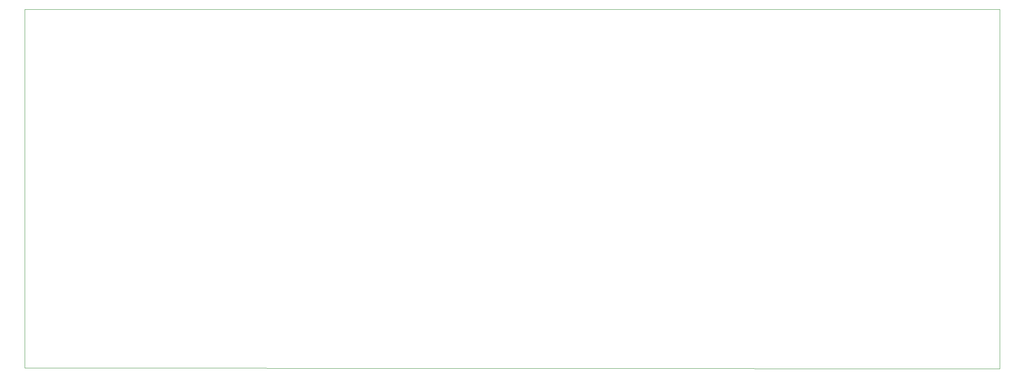
<source format=gbr>
%TF.GenerationSoftware,KiCad,Pcbnew,(5.1.9)-1*%
%TF.CreationDate,2021-06-05T08:41:14+03:00*%
%TF.ProjectId,AdderBreakoutV2,41646465-7242-4726-9561-6b6f75745632,rev?*%
%TF.SameCoordinates,Original*%
%TF.FileFunction,Profile,NP*%
%FSLAX46Y46*%
G04 Gerber Fmt 4.6, Leading zero omitted, Abs format (unit mm)*
G04 Created by KiCad (PCBNEW (5.1.9)-1) date 2021-06-05 08:41:14*
%MOMM*%
%LPD*%
G01*
G04 APERTURE LIST*
%TA.AperFunction,Profile*%
%ADD10C,0.050000*%
%TD*%
G04 APERTURE END LIST*
D10*
X235000000Y-117250000D02*
X31000000Y-117250000D01*
X235000000Y-192500000D02*
X235000000Y-117250000D01*
X31000000Y-192250000D02*
X235000000Y-192500000D01*
X31000000Y-117250000D02*
X31000000Y-192250000D01*
M02*

</source>
